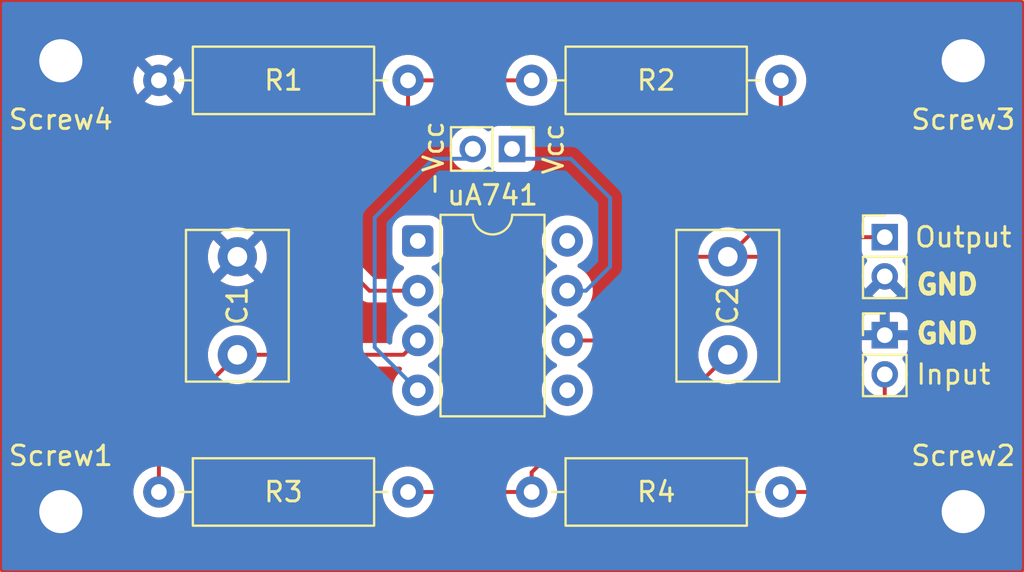
<source format=kicad_pcb>
(kicad_pcb (version 20241229) (generator "pcbnew") (generator_version "9.0")
  (layers (0 "F.Cu" signal) (2 "B.Cu" signal) (13 "F.Paste" user) (15 "B.Paste" user) (5 "F.SilkS" user "F.Silkscreen") (7 "B.SilkS" user "B.Silkscreen") (1 "F.Mask" user) (3 "B.Mask" user) (25 "Edge.Cuts" user))
  (net 0 "")
  (net 1 "GND")
  (net 2 "Net-(C2-Pad1)")
  (net 3 "Output")
  (net 4 "-5V")
  (net 5 "+5V")
  (net 6 "Input")
  (net 7 "Net-(uA741-IN+)")
  (net 8 "Net-(uA741-IN-)")
  (footprint "MountingHole:MountingHole_2.2mm_M2_DIN965_Pad_TopBottom" (layer "F.Cu") (at 128.5 89)
    (property "Reference" "Screw4" (at 0 3 0) (layer "F.SilkS"))
    (property "Value" "MountingHole_Pad" (hide yes))
    (pad "1" thru_hole circle (at 0 0) (size 2.6 2.6) (drill 2.2) (layers "*.Cu" "*.Mask") (net 1 "GND"))
    (pad "1" connect circle (at 0 0) (size 3.8 3.8) (layers "F.Cu" "F.Mask") (net 1 "GND"))
    (pad "1" connect circle (at 0 0) (size 3.8 3.8) (layers "B.Cu" "B.Mask") (net 1 "GND"))
  )
  (footprint "Connector_PinHeader_2.00mm:PinHeader_1x02_P2.00mm_Vertical" (layer "F.Cu") (at 170.5 103)
    (property "Reference" "Input" (at 3.5 2 0) (layer "F.SilkS"))
    (property "Value" "Conn_01x02_Pin")
    (fp_line (start -1.11 -1.11) (end 0 -1.11) (stroke (width 0.12)) (layer "F.SilkS"))
    (fp_line (start -1.11 0) (end -1.11 -1.11) (stroke (width 0.12)) (layer "F.SilkS"))
    (fp_line (start -1.11 1) (end -1.11 3.11) (stroke (width 0.12)) (layer "F.SilkS"))
    (fp_line (start -1.11 1) (end 1.11 1) (stroke (width 0.12)) (layer "F.SilkS"))
    (fp_line (start -1.11 3.11) (end 1.11 3.11) (stroke (width 0.12)) (layer "F.SilkS"))
    (fp_line (start 1.11 1) (end 1.11 3.11) (stroke (width 0.12)) (layer "F.SilkS"))
    (pad "1" thru_hole rect (at 0 0) (size 1.35 1.35) (drill 0.8) (layers "*.Cu" "*.Mask") (net 1 "GND"))
    (pad "2" thru_hole circle (at 0 2) (size 1.35 1.35) (drill 0.8) (layers "*.Cu" "*.Mask") (net 6 "Input"))
  )
  (footprint "Connector_PinHeader_2.00mm:PinHeader_1x02_P2.00mm_Vertical" (layer "F.Cu") (at 170.5 98)
    (property "Reference" "Output" (at 4 0 0) (layer "F.SilkS"))
    (property "Value" "Conn_01x02_Pin")
    (fp_line (start -1.11 -1.11) (end 0 -1.11) (stroke (width 0.12)) (layer "F.SilkS"))
    (fp_line (start -1.11 0) (end -1.11 -1.11) (stroke (width 0.12)) (layer "F.SilkS"))
    (fp_line (start -1.11 1) (end -1.11 3.11) (stroke (width 0.12)) (layer "F.SilkS"))
    (fp_line (start -1.11 1) (end 1.11 1) (stroke (width 0.12)) (layer "F.SilkS"))
    (fp_line (start -1.11 3.11) (end 1.11 3.11) (stroke (width 0.12)) (layer "F.SilkS"))
    (fp_line (start 1.11 1) (end 1.11 3.11) (stroke (width 0.12)) (layer "F.SilkS"))
    (pad "1" thru_hole rect (at 0 0) (size 1.35 1.35) (drill 0.8) (layers "*.Cu" "*.Mask") (net 3 "Output"))
    (pad "2" thru_hole circle (at 0 2) (size 1.35 1.35) (drill 0.8) (layers "*.Cu" "*.Mask") (net 1 "GND"))
  )
  (footprint "Connector_PinHeader_2.00mm:PinHeader_1x02_P2.00mm_Vertical" (layer "F.Cu") (at 151.5 93.5 -90)
    (property "Reference" "Vcc" (at 0 -2.11 90) (layer "F.SilkS"))
    (property "Value" "Conn_01x02_Pin")
    (fp_line (start -1.11 3.11) (end 1.11 3.11) (stroke (width 0.12)) (layer "F.SilkS"))
    (fp_line (start -1.11 1) (end -1.11 3.11) (stroke (width 0.12)) (layer "F.SilkS"))
    (fp_line (start -1.11 1) (end 1.11 1) (stroke (width 0.12)) (layer "F.SilkS"))
    (fp_line (start 1.11 1) (end 1.11 3.11) (stroke (width 0.12)) (layer "F.SilkS"))
    (fp_line (start -1.11 0) (end -1.11 -1.11) (stroke (width 0.12)) (layer "F.SilkS"))
    (fp_line (start -1.11 -1.11) (end 0 -1.11) (stroke (width 0.12)) (layer "F.SilkS"))
    (pad "1" thru_hole rect (at 0 0 270) (size 1.35 1.35) (drill 0.8) (layers "*.Cu" "*.Mask") (net 5 "+5V"))
    (pad "2" thru_hole circle (at 0 2 270) (size 1.35 1.35) (drill 0.8) (layers "*.Cu" "*.Mask") (net 4 "-5V"))
  )
  (footprint "Resistor_THT:R_Axial_DIN0309_L9.0mm_D3.2mm_P12.70mm_Horizontal" (layer "F.Cu") (at 165.2 90 180)
    (property "Reference" "R2" (at 6.35 0 0) (layer "F.SilkS"))
    (property "Value" "2000")
    (fp_line (start 11.66 0) (end 10.97 0) (stroke (width 0.12)) (layer "F.SilkS"))
    (fp_line (start 1.04 0) (end 1.73 0) (stroke (width 0.12)) (layer "F.SilkS"))
    (fp_rect (start 1.73 -1.72) (end 10.97 1.72) (stroke (width 0.12)) (fill no) (layer "F.SilkS"))
    (pad "1" thru_hole circle (at 0 0 180) (size 1.6 1.6) (drill 0.8) (layers "*.Cu" "*.Mask") (net 3 "Output"))
    (pad "2" thru_hole circle (at 12.7 0 180) (size 1.6 1.6) (drill 0.8) (layers "*.Cu" "*.Mask") (net 8 "Net-(uA741-IN-)"))
  )
  (footprint "MountingHole:MountingHole_2.2mm_M2_DIN965_Pad_TopBottom" (layer "F.Cu") (at 174.5 89)
    (property "Reference" "Screw3" (at 0 3 0) (layer "F.SilkS"))
    (property "Value" "MountingHole_Pad" (hide yes))
    (pad "1" thru_hole circle (at 0 0) (size 2.6 2.6) (drill 2.2) (layers "*.Cu" "*.Mask") (net 1 "GND"))
    (pad "1" connect circle (at 0 0) (size 3.8 3.8) (layers "F.Cu" "F.Mask") (net 1 "GND"))
    (pad "1" connect circle (at 0 0) (size 3.8 3.8) (layers "B.Cu" "B.Mask") (net 1 "GND"))
  )
  (footprint "Capacitor_THT:C_Disc_D7.5mm_W5.0mm_P5.00mm" (layer "F.Cu") (at 162.5 104 90)
    (property "Reference" "C2" (hide yes))
    (property "Value" "0.00000001")
    (fp_line (start 6.37 -2.62) (end 6.37 2.62) (stroke (width 0.12)) (layer "F.SilkS"))
    (fp_line (start -1.37 -2.62) (end 6.37 -2.62) (stroke (width 0.12)) (layer "F.SilkS"))
    (fp_line (start 6.37 2.62) (end -1.37 2.62) (stroke (width 0.12)) (layer "F.SilkS"))
    (fp_line (start -1.37 2.62) (end -1.37 -2.62) (stroke (width 0.12)) (layer "F.SilkS"))
    (pad "1" thru_hole circle (at 0 0 90) (size 2 2) (drill 1) (layers "*.Cu" "*.Mask") (net 2 "Net-(C2-Pad1)"))
    (pad "2" thru_hole circle (at 5 0 90) (size 2 2) (drill 1) (layers "*.Cu" "*.Mask") (net 3 "Output"))
  )
  (footprint "Package_DIP:DIP-8_W7.62mm" (layer "F.Cu") (at 146.695 98.19)
    (property "Reference" "uA741" (at 3.81 -2.33 0) (layer "F.SilkS"))
    (property "Value" "LT6238")
    (fp_line (start 1.16 -1.33) (end 1.16 8.95) (stroke (width 0.12)) (layer "F.SilkS"))
    (fp_line (start 1.16 8.95) (end 6.46 8.95) (stroke (width 0.12)) (layer "F.SilkS"))
    (fp_line (start 2.81 -1.33) (end 1.16 -1.33) (stroke (width 0.12)) (layer "F.SilkS"))
    (fp_line (start 6.46 -1.33) (end 4.81 -1.33) (stroke (width 0.12)) (layer "F.SilkS"))
    (fp_line (start 6.46 8.95) (end 6.46 -1.33) (stroke (width 0.12)) (layer "F.SilkS"))
    (fp_arc (start 4.81 -1.33) (mid 3.81 -0.33) (end 2.81 -1.33) (stroke (width 0.12)) (layer "F.SilkS"))
    (pad "1" thru_hole roundrect (at 0 0) (size 1.6 1.6) (drill 0.8) (layers "*.Cu" "*.Mask") (roundrect_rratio 0.15625))
    (pad "2" thru_hole circle (at 0 2.54) (size 1.6 1.6) (drill 0.8) (layers "*.Cu" "*.Mask") (net 8 "Net-(uA741-IN-)"))
    (pad "3" thru_hole circle (at 0 5.08) (size 1.6 1.6) (drill 0.8) (layers "*.Cu" "*.Mask") (net 7 "Net-(uA741-IN+)"))
    (pad "4" thru_hole circle (at 0 7.62) (size 1.6 1.6) (drill 0.8) (layers "*.Cu" "*.Mask") (net 4 "-5V"))
    (pad "5" thru_hole circle (at 7.62 7.62) (size 1.6 1.6) (drill 0.8) (layers "*.Cu" "*.Mask"))
    (pad "6" thru_hole circle (at 7.62 5.08) (size 1.6 1.6) (drill 0.8) (layers "*.Cu" "*.Mask") (net 3 "Output"))
    (pad "7" thru_hole circle (at 7.62 2.54) (size 1.6 1.6) (drill 0.8) (layers "*.Cu" "*.Mask") (net 5 "+5V"))
    (pad "8" thru_hole circle (at 7.62 0) (size 1.6 1.6) (drill 0.8) (layers "*.Cu" "*.Mask"))
  )
  (footprint "Capacitor_THT:C_Disc_D7.5mm_W5.0mm_P5.00mm" (layer "F.Cu") (at 137.5 104 90)
    (property "Reference" "C1" (at 2.5 0 90) (layer "F.SilkS"))
    (property "Value" "0.00000001")
    (fp_line (start 6.37 -2.62) (end 6.37 2.62) (stroke (width 0.12)) (layer "F.SilkS"))
    (fp_line (start -1.37 -2.62) (end 6.37 -2.62) (stroke (width 0.12)) (layer "F.SilkS"))
    (fp_line (start 6.37 2.62) (end -1.37 2.62) (stroke (width 0.12)) (layer "F.SilkS"))
    (fp_line (start -1.37 2.62) (end -1.37 -2.62) (stroke (width 0.12)) (layer "F.SilkS"))
    (pad "1" thru_hole circle (at 0 0 90) (size 2 2) (drill 1) (layers "*.Cu" "*.Mask") (net 7 "Net-(uA741-IN+)"))
    (pad "2" thru_hole circle (at 5 0 90) (size 2 2) (drill 1) (layers "*.Cu" "*.Mask") (net 1 "GND"))
  )
  (footprint "Resistor_THT:R_Axial_DIN0309_L9.0mm_D3.2mm_P12.70mm_Horizontal" (layer "F.Cu") (at 152.5 111)
    (property "Reference" "R4" (at 6.35 0 0) (layer "F.SilkS"))
    (property "Value" "2000")
    (fp_line (start 1.04 0) (end 1.73 0) (stroke (width 0.12)) (layer "F.SilkS"))
    (fp_line (start 11.66 0) (end 10.97 0) (stroke (width 0.12)) (layer "F.SilkS"))
    (fp_rect (start 1.73 -1.72) (end 10.97 1.72) (stroke (width 0.12)) (fill no) (layer "F.SilkS"))
    (pad "1" thru_hole circle (at 0 0) (size 1.6 1.6) (drill 0.8) (layers "*.Cu" "*.Mask") (net 2 "Net-(C2-Pad1)"))
    (pad "2" thru_hole circle (at 12.7 0) (size 1.6 1.6) (drill 0.8) (layers "*.Cu" "*.Mask") (net 6 "Input"))
  )
  (footprint "Resistor_THT:R_Axial_DIN0309_L9.0mm_D3.2mm_P12.70mm_Horizontal" (layer "F.Cu") (at 146.2 90 180)
    (property "Reference" "R1" (at 6.35 0 0) (layer "F.SilkS"))
    (property "Value" "2000")
    (fp_line (start 11.66 0) (end 10.97 0) (stroke (width 0.12)) (layer "F.SilkS"))
    (fp_line (start 1.04 0) (end 1.73 0) (stroke (width 0.12)) (layer "F.SilkS"))
    (fp_rect (start 1.73 -1.72) (end 10.97 1.72) (stroke (width 0.12)) (fill no) (layer "F.SilkS"))
    (pad "1" thru_hole circle (at 0 0 180) (size 1.6 1.6) (drill 0.8) (layers "*.Cu" "*.Mask") (net 8 "Net-(uA741-IN-)"))
    (pad "2" thru_hole circle (at 12.7 0 180) (size 1.6 1.6) (drill 0.8) (layers "*.Cu" "*.Mask") (net 1 "GND"))
  )
  (footprint "MountingHole:MountingHole_2.2mm_M2_DIN965_Pad_TopBottom" (layer "F.Cu") (at 174.5 112)
    (property "Reference" "Screw2" (at 0 -2.85 0) (layer "F.SilkS"))
    (property "Value" "MountingHole_Pad" (hide yes))
    (pad "1" thru_hole circle (at 0 0) (size 2.6 2.6) (drill 2.2) (layers "*.Cu" "*.Mask") (net 1 "GND"))
    (pad "1" connect circle (at 0 0) (size 3.8 3.8) (layers "F.Cu" "F.Mask") (net 1 "GND"))
    (pad "1" connect circle (at 0 0) (size 3.8 3.8) (layers "B.Cu" "B.Mask") (net 1 "GND"))
  )
  (footprint "MountingHole:MountingHole_2.2mm_M2_DIN965_Pad_TopBottom" (layer "F.Cu") (at 128.5 112)
    (property "Reference" "Screw1" (at 0 -2.85 0) (layer "F.SilkS"))
    (property "Value" "MountingHole_Pad" (hide yes))
    (pad "1" thru_hole circle (at 0 0) (size 2.6 2.6) (drill 2.2) (layers "*.Cu" "*.Mask") (net 1 "GND"))
    (pad "1" connect circle (at 0 0) (size 3.8 3.8) (layers "F.Cu" "F.Mask") (net 1 "GND"))
    (pad "1" connect circle (at 0 0) (size 3.8 3.8) (layers "B.Cu" "B.Mask") (net 1 "GND"))
  )
  (footprint "Resistor_THT:R_Axial_DIN0309_L9.0mm_D3.2mm_P12.70mm_Horizontal" (layer "F.Cu") (at 133.5 111)
    (property "Reference" "R3" (at 6.35 0 0) (layer "F.SilkS"))
    (property "Value" "2000")
    (fp_line (start 1.04 0) (end 1.73 0) (stroke (width 0.12)) (layer "F.SilkS"))
    (fp_line (start 11.66 0) (end 10.97 0) (stroke (width 0.12)) (layer "F.SilkS"))
    (fp_rect (start 1.73 -1.72) (end 10.97 1.72) (stroke (width 0.12)) (fill no) (layer "F.SilkS"))
    (pad "1" thru_hole circle (at 0 0) (size 1.6 1.6) (drill 0.8) (layers "*.Cu" "*.Mask") (net 7 "Net-(uA741-IN+)"))
    (pad "2" thru_hole circle (at 12.7 0) (size 1.6 1.6) (drill 0.8) (layers "*.Cu" "*.Mask") (net 2 "Net-(C2-Pad1)"))
  )
  (gr_rect (start 125.5 86) (end 177.5 115) (stroke (width 0.2)) (fill no) (layer "F.Cu") (net 1))
  (gr_text "C2" (at 162.5 101.5 90) (layer "F.SilkS") (effects (font (size 1 1))))
  (gr_text "GND" (at 172 101 0) (layer "F.SilkS") (effects (font (size 1 1) (thickness 0.25) (bold yes)) (justify left bottom)))
  (gr_text "-Vcc" (at 147.5 94 90) (layer "F.SilkS") (effects (font (size 1 1))))
  (gr_text "GND" (at 172 103.5 0) (layer "F.SilkS") (effects (font (size 1 1) (thickness 0.25) (bold yes)) (justify left bottom)))
  (segment (start 154 108.5) (end 152.5 110) (width 0.2) (layer "F.Cu") (net 2))
  (segment (start 162.5 104) (end 158 108.5) (width 0.2) (layer "F.Cu") (net 2))
  (segment (start 146.2 111) (end 152.5 111) (width 0.2) (layer "F.Cu") (net 2))
  (segment (start 152.5 110) (end 152.5 111) (width 0.2) (layer "F.Cu") (net 2))
  (segment (start 158 108.5) (end 154 108.5) (width 0.2) (layer "F.Cu") (net 2))
  (segment (start 165.2 96.3) (end 162.5 99) (width 0.2) (layer "F.Cu") (net 3))
  (segment (start 159 99) (end 162.5 99) (width 0.2) (layer "F.Cu") (net 3))
  (segment (start 168 98) (end 170.5 98) (width 0.2) (layer "F.Cu") (net 3))
  (segment (start 167 99) (end 168 98) (width 0.2) (layer "F.Cu") (net 3))
  (segment (start 165.2 90) (end 165.2 96.3) (width 0.2) (layer "F.Cu") (net 3))
  (segment (start 162.5 99) (end 167 99) (width 0.2) (layer "F.Cu") (net 3))
  (segment (start 157.5 100.5) (end 159 99) (width 0.2) (layer "F.Cu") (net 3))
  (segment (start 154.315 103.27) (end 156.23 103.27) (width 0.2) (layer "F.Cu") (net 3))
  (segment (start 156.23 103.27) (end 157.5 102) (width 0.2) (layer "F.Cu") (net 3))
  (segment (start 157.5 102) (end 157.5 100.5) (width 0.2) (layer "F.Cu") (net 3))
  (segment (start 144.5 103.615) (end 146.695 105.81) (width 0.2) (layer "B.Cu") (net 4))
  (segment (start 147.5 94) (end 144.5 97) (width 0.2) (layer "B.Cu") (net 4))
  (segment (start 144.5 97) (end 144.5 103.615) (width 0.2) (layer "B.Cu") (net 4))
  (segment (start 149.5 94) (end 147.5 94) (width 0.2) (layer "B.Cu") (net 4))
  (segment (start 156.5 96) (end 156.5 99.5) (width 0.2) (layer "B.Cu") (net 5))
  (segment (start 155.27 100.73) (end 154.315 100.73) (width 0.2) (layer "B.Cu") (net 5))
  (segment (start 156.5 99.5) (end 155.27 100.73) (width 0.2) (layer "B.Cu") (net 5))
  (segment (start 151.5 94) (end 154.5 94) (width 0.2) (layer "B.Cu") (net 5))
  (segment (start 154.5 94) (end 156.5 96) (width 0.2) (layer "B.Cu") (net 5))
  (segment (start 170.5 109) (end 168.5 111) (width 0.2) (layer "F.Cu") (net 6))
  (segment (start 170.5 105) (end 170.5 109) (width 0.2) (layer "F.Cu") (net 6))
  (segment (start 168.5 111) (end 165.2 111) (width 0.2) (layer "F.Cu") (net 6))
  (segment (start 133.5 111) (end 133.5 108) (width 0.2) (layer "F.Cu") (net 7))
  (segment (start 145.965 104) (end 146.695 103.27) (width 0.2) (layer "F.Cu") (net 7))
  (segment (start 137.5 104) (end 145.965 104) (width 0.2) (layer "F.Cu") (net 7))
  (segment (start 133.5 108) (end 137.5 104) (width 0.2) (layer "F.Cu") (net 7))
  (segment (start 144.23 100.73) (end 143 99.5) (width 0.2) (layer "F.Cu") (net 8))
  (segment (start 146.2 90) (end 152.5 90) (width 0.2) (layer "F.Cu") (net 8))
  (segment (start 143 99.5) (end 143 94.5) (width 0.2) (layer "F.Cu") (net 8))
  (segment (start 146.2 91.3) (end 146.2 90) (width 0.2) (layer "F.Cu") (net 8))
  (segment (start 143 94.5) (end 146.2 91.3) (width 0.2) (layer "F.Cu") (net 8))
  (segment (start 146.695 100.73) (end 144.23 100.73) (width 0.2) (layer "F.Cu") (net 8))
  (zone (net 1) (net_name "GND") (layers "F.Cu" "B.Cu") (connect_pads (clearance 0.5)) (min_thickness 0.25) (fill yes (thermal_gap 0.5) (thermal_bridge_width 0.5))
    (polygon (pts (xy 125.5 86) (xy 125.5 115) (xy 177.5 115) (xy 177.5 86)))
  )
)
</source>
